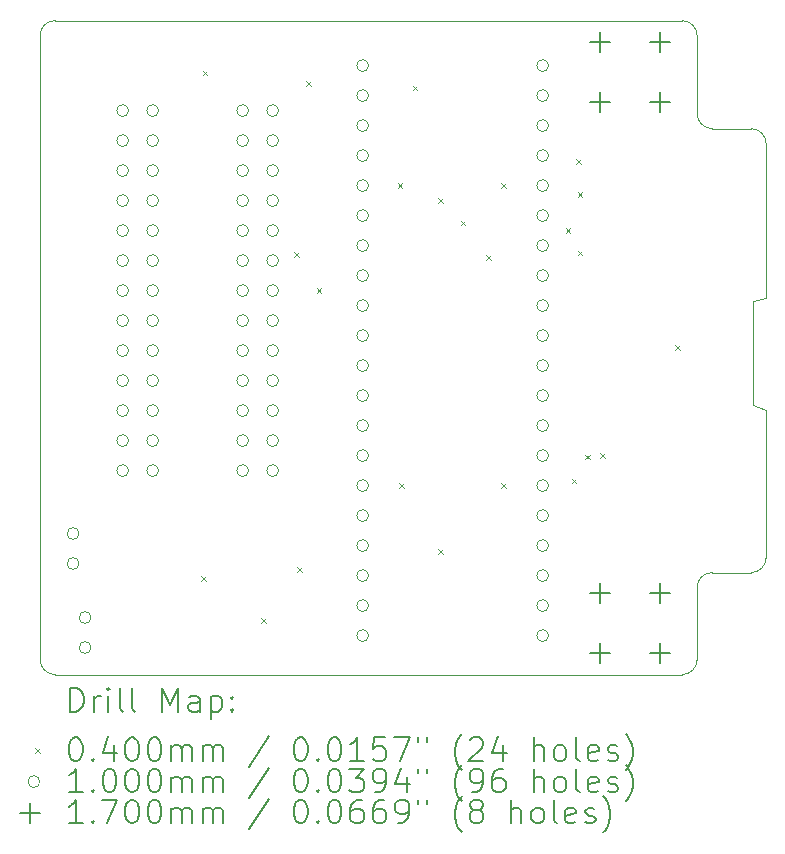
<source format=gbr>
%FSLAX45Y45*%
G04 Gerber Fmt 4.5, Leading zero omitted, Abs format (unit mm)*
G04 Created by KiCad (PCBNEW (6.0.4-0)) date 2023-01-26 09:36:56*
%MOMM*%
%LPD*%
G01*
G04 APERTURE LIST*
%TA.AperFunction,Profile*%
%ADD10C,0.050000*%
%TD*%
%ADD11C,0.200000*%
%ADD12C,0.040000*%
%ADD13C,0.100000*%
%ADD14C,0.170000*%
G04 APERTURE END LIST*
D10*
X18656300Y-7994650D02*
X18656300Y-9245600D01*
X12509500Y-10109200D02*
X12509500Y-4826000D01*
X18199100Y-5613400D02*
X18529300Y-5613400D01*
X18072100Y-9499600D02*
X18072100Y-10109200D01*
X18656300Y-5740400D02*
G75*
G03*
X18529300Y-5613400I-127000J0D01*
G01*
X18529300Y-9372600D02*
G75*
G03*
X18656300Y-9245600I0J127000D01*
G01*
X18072100Y-5486400D02*
G75*
G03*
X18199100Y-5613400I127000J0D01*
G01*
X18072100Y-4826000D02*
X18072100Y-5486400D01*
X18199100Y-9372600D02*
G75*
G03*
X18072100Y-9499600I0J-127000D01*
G01*
X18199100Y-9372600D02*
X18529300Y-9372600D01*
X12636500Y-4699000D02*
X17945100Y-4699000D01*
X17945100Y-10236200D02*
X12636500Y-10236200D01*
X12509500Y-10109200D02*
G75*
G03*
X12636500Y-10236200I127000J0D01*
G01*
X18542000Y-7076440D02*
X18542000Y-7956550D01*
X17945100Y-10236200D02*
G75*
G03*
X18072100Y-10109200I0J127000D01*
G01*
X12636500Y-4699000D02*
G75*
G03*
X12509500Y-4826000I0J-127000D01*
G01*
X18656300Y-5740400D02*
X18656300Y-7045960D01*
X18542000Y-7076440D02*
X18656300Y-7045960D01*
X18072100Y-4826000D02*
G75*
G03*
X17945100Y-4699000I-127000J0D01*
G01*
X18656300Y-7994650D02*
X18542000Y-7956550D01*
D11*
D12*
X13873800Y-9403400D02*
X13913800Y-9443400D01*
X13913800Y-9403400D02*
X13873800Y-9443400D01*
X13886500Y-5123500D02*
X13926500Y-5163500D01*
X13926500Y-5123500D02*
X13886500Y-5163500D01*
X14381800Y-9759000D02*
X14421800Y-9799000D01*
X14421800Y-9759000D02*
X14381800Y-9799000D01*
X14661200Y-6660200D02*
X14701200Y-6700200D01*
X14701200Y-6660200D02*
X14661200Y-6700200D01*
X14686600Y-9327200D02*
X14726600Y-9367200D01*
X14726600Y-9327200D02*
X14686600Y-9367200D01*
X14762800Y-5212400D02*
X14802800Y-5252400D01*
X14802800Y-5212400D02*
X14762800Y-5252400D01*
X14851700Y-6965000D02*
X14891700Y-7005000D01*
X14891700Y-6965000D02*
X14851700Y-7005000D01*
X15537500Y-6076000D02*
X15577500Y-6116000D01*
X15577500Y-6076000D02*
X15537500Y-6116000D01*
X15550200Y-8616000D02*
X15590200Y-8656000D01*
X15590200Y-8616000D02*
X15550200Y-8656000D01*
X15664500Y-5250500D02*
X15704500Y-5290500D01*
X15704500Y-5250500D02*
X15664500Y-5290500D01*
X15880400Y-9174800D02*
X15920400Y-9214800D01*
X15920400Y-9174800D02*
X15880400Y-9214800D01*
X15882532Y-6203364D02*
X15922532Y-6243364D01*
X15922532Y-6203364D02*
X15882532Y-6243364D01*
X16070900Y-6393500D02*
X16110900Y-6433500D01*
X16110900Y-6393500D02*
X16070900Y-6433500D01*
X16286800Y-6685600D02*
X16326800Y-6725600D01*
X16326800Y-6685600D02*
X16286800Y-6725600D01*
X16413800Y-6076000D02*
X16453800Y-6116000D01*
X16453800Y-6076000D02*
X16413800Y-6116000D01*
X16413800Y-8616000D02*
X16453800Y-8656000D01*
X16453800Y-8616000D02*
X16413800Y-8656000D01*
X16959900Y-6457000D02*
X16999900Y-6497000D01*
X16999900Y-6457000D02*
X16959900Y-6497000D01*
X17010700Y-8577900D02*
X17050700Y-8617900D01*
X17050700Y-8577900D02*
X17010700Y-8617900D01*
X17048800Y-5872800D02*
X17088800Y-5912800D01*
X17088800Y-5872800D02*
X17048800Y-5912800D01*
X17061500Y-6647500D02*
X17101500Y-6687500D01*
X17101500Y-6647500D02*
X17061500Y-6687500D01*
X17061500Y-6152200D02*
X17101500Y-6192200D01*
X17101500Y-6152200D02*
X17061500Y-6192200D01*
X17125000Y-8374700D02*
X17165000Y-8414700D01*
X17165000Y-8374700D02*
X17125000Y-8414700D01*
X17252000Y-8362000D02*
X17292000Y-8402000D01*
X17292000Y-8362000D02*
X17252000Y-8402000D01*
X17887000Y-7447600D02*
X17927000Y-7487600D01*
X17927000Y-7447600D02*
X17887000Y-7487600D01*
D13*
X12838900Y-9042400D02*
G75*
G03*
X12838900Y-9042400I-50000J0D01*
G01*
X12838900Y-9296400D02*
G75*
G03*
X12838900Y-9296400I-50000J0D01*
G01*
X12940500Y-9753600D02*
G75*
G03*
X12940500Y-9753600I-50000J0D01*
G01*
X12940500Y-10007600D02*
G75*
G03*
X12940500Y-10007600I-50000J0D01*
G01*
X13258000Y-5461000D02*
G75*
G03*
X13258000Y-5461000I-50000J0D01*
G01*
X13258000Y-5715000D02*
G75*
G03*
X13258000Y-5715000I-50000J0D01*
G01*
X13258000Y-5969000D02*
G75*
G03*
X13258000Y-5969000I-50000J0D01*
G01*
X13258000Y-6223000D02*
G75*
G03*
X13258000Y-6223000I-50000J0D01*
G01*
X13258000Y-6477000D02*
G75*
G03*
X13258000Y-6477000I-50000J0D01*
G01*
X13258000Y-6731000D02*
G75*
G03*
X13258000Y-6731000I-50000J0D01*
G01*
X13258000Y-6985000D02*
G75*
G03*
X13258000Y-6985000I-50000J0D01*
G01*
X13258000Y-7239000D02*
G75*
G03*
X13258000Y-7239000I-50000J0D01*
G01*
X13258000Y-7493000D02*
G75*
G03*
X13258000Y-7493000I-50000J0D01*
G01*
X13258000Y-7747000D02*
G75*
G03*
X13258000Y-7747000I-50000J0D01*
G01*
X13258000Y-8001000D02*
G75*
G03*
X13258000Y-8001000I-50000J0D01*
G01*
X13258000Y-8255000D02*
G75*
G03*
X13258000Y-8255000I-50000J0D01*
G01*
X13258000Y-8509000D02*
G75*
G03*
X13258000Y-8509000I-50000J0D01*
G01*
X13512000Y-5461000D02*
G75*
G03*
X13512000Y-5461000I-50000J0D01*
G01*
X13512000Y-5715000D02*
G75*
G03*
X13512000Y-5715000I-50000J0D01*
G01*
X13512000Y-5969000D02*
G75*
G03*
X13512000Y-5969000I-50000J0D01*
G01*
X13512000Y-6223000D02*
G75*
G03*
X13512000Y-6223000I-50000J0D01*
G01*
X13512000Y-6477000D02*
G75*
G03*
X13512000Y-6477000I-50000J0D01*
G01*
X13512000Y-6731000D02*
G75*
G03*
X13512000Y-6731000I-50000J0D01*
G01*
X13512000Y-6985000D02*
G75*
G03*
X13512000Y-6985000I-50000J0D01*
G01*
X13512000Y-7239000D02*
G75*
G03*
X13512000Y-7239000I-50000J0D01*
G01*
X13512000Y-7493000D02*
G75*
G03*
X13512000Y-7493000I-50000J0D01*
G01*
X13512000Y-7747000D02*
G75*
G03*
X13512000Y-7747000I-50000J0D01*
G01*
X13512000Y-8001000D02*
G75*
G03*
X13512000Y-8001000I-50000J0D01*
G01*
X13512000Y-8255000D02*
G75*
G03*
X13512000Y-8255000I-50000J0D01*
G01*
X13512000Y-8509000D02*
G75*
G03*
X13512000Y-8509000I-50000J0D01*
G01*
X14274000Y-5461000D02*
G75*
G03*
X14274000Y-5461000I-50000J0D01*
G01*
X14274000Y-5715000D02*
G75*
G03*
X14274000Y-5715000I-50000J0D01*
G01*
X14274000Y-5969000D02*
G75*
G03*
X14274000Y-5969000I-50000J0D01*
G01*
X14274000Y-6223000D02*
G75*
G03*
X14274000Y-6223000I-50000J0D01*
G01*
X14274000Y-6477000D02*
G75*
G03*
X14274000Y-6477000I-50000J0D01*
G01*
X14274000Y-6731000D02*
G75*
G03*
X14274000Y-6731000I-50000J0D01*
G01*
X14274000Y-6985000D02*
G75*
G03*
X14274000Y-6985000I-50000J0D01*
G01*
X14274000Y-7239000D02*
G75*
G03*
X14274000Y-7239000I-50000J0D01*
G01*
X14274000Y-7493000D02*
G75*
G03*
X14274000Y-7493000I-50000J0D01*
G01*
X14274000Y-7747000D02*
G75*
G03*
X14274000Y-7747000I-50000J0D01*
G01*
X14274000Y-8001000D02*
G75*
G03*
X14274000Y-8001000I-50000J0D01*
G01*
X14274000Y-8255000D02*
G75*
G03*
X14274000Y-8255000I-50000J0D01*
G01*
X14274000Y-8509000D02*
G75*
G03*
X14274000Y-8509000I-50000J0D01*
G01*
X14528000Y-5461000D02*
G75*
G03*
X14528000Y-5461000I-50000J0D01*
G01*
X14528000Y-5715000D02*
G75*
G03*
X14528000Y-5715000I-50000J0D01*
G01*
X14528000Y-5969000D02*
G75*
G03*
X14528000Y-5969000I-50000J0D01*
G01*
X14528000Y-6223000D02*
G75*
G03*
X14528000Y-6223000I-50000J0D01*
G01*
X14528000Y-6477000D02*
G75*
G03*
X14528000Y-6477000I-50000J0D01*
G01*
X14528000Y-6731000D02*
G75*
G03*
X14528000Y-6731000I-50000J0D01*
G01*
X14528000Y-6985000D02*
G75*
G03*
X14528000Y-6985000I-50000J0D01*
G01*
X14528000Y-7239000D02*
G75*
G03*
X14528000Y-7239000I-50000J0D01*
G01*
X14528000Y-7493000D02*
G75*
G03*
X14528000Y-7493000I-50000J0D01*
G01*
X14528000Y-7747000D02*
G75*
G03*
X14528000Y-7747000I-50000J0D01*
G01*
X14528000Y-8001000D02*
G75*
G03*
X14528000Y-8001000I-50000J0D01*
G01*
X14528000Y-8255000D02*
G75*
G03*
X14528000Y-8255000I-50000J0D01*
G01*
X14528000Y-8509000D02*
G75*
G03*
X14528000Y-8509000I-50000J0D01*
G01*
X15290000Y-5080000D02*
G75*
G03*
X15290000Y-5080000I-50000J0D01*
G01*
X15290000Y-5334000D02*
G75*
G03*
X15290000Y-5334000I-50000J0D01*
G01*
X15290000Y-5588000D02*
G75*
G03*
X15290000Y-5588000I-50000J0D01*
G01*
X15290000Y-5842000D02*
G75*
G03*
X15290000Y-5842000I-50000J0D01*
G01*
X15290000Y-6096000D02*
G75*
G03*
X15290000Y-6096000I-50000J0D01*
G01*
X15290000Y-6350000D02*
G75*
G03*
X15290000Y-6350000I-50000J0D01*
G01*
X15290000Y-6604000D02*
G75*
G03*
X15290000Y-6604000I-50000J0D01*
G01*
X15290000Y-6858000D02*
G75*
G03*
X15290000Y-6858000I-50000J0D01*
G01*
X15290000Y-7112000D02*
G75*
G03*
X15290000Y-7112000I-50000J0D01*
G01*
X15290000Y-7366000D02*
G75*
G03*
X15290000Y-7366000I-50000J0D01*
G01*
X15290000Y-7620000D02*
G75*
G03*
X15290000Y-7620000I-50000J0D01*
G01*
X15290000Y-7874000D02*
G75*
G03*
X15290000Y-7874000I-50000J0D01*
G01*
X15290000Y-8128000D02*
G75*
G03*
X15290000Y-8128000I-50000J0D01*
G01*
X15290000Y-8382000D02*
G75*
G03*
X15290000Y-8382000I-50000J0D01*
G01*
X15290000Y-8636000D02*
G75*
G03*
X15290000Y-8636000I-50000J0D01*
G01*
X15290000Y-8890000D02*
G75*
G03*
X15290000Y-8890000I-50000J0D01*
G01*
X15290000Y-9144000D02*
G75*
G03*
X15290000Y-9144000I-50000J0D01*
G01*
X15290000Y-9398000D02*
G75*
G03*
X15290000Y-9398000I-50000J0D01*
G01*
X15290000Y-9652000D02*
G75*
G03*
X15290000Y-9652000I-50000J0D01*
G01*
X15290000Y-9906000D02*
G75*
G03*
X15290000Y-9906000I-50000J0D01*
G01*
X16814000Y-5080000D02*
G75*
G03*
X16814000Y-5080000I-50000J0D01*
G01*
X16814000Y-5334000D02*
G75*
G03*
X16814000Y-5334000I-50000J0D01*
G01*
X16814000Y-5588000D02*
G75*
G03*
X16814000Y-5588000I-50000J0D01*
G01*
X16814000Y-5842000D02*
G75*
G03*
X16814000Y-5842000I-50000J0D01*
G01*
X16814000Y-6096000D02*
G75*
G03*
X16814000Y-6096000I-50000J0D01*
G01*
X16814000Y-6350000D02*
G75*
G03*
X16814000Y-6350000I-50000J0D01*
G01*
X16814000Y-6604000D02*
G75*
G03*
X16814000Y-6604000I-50000J0D01*
G01*
X16814000Y-6858000D02*
G75*
G03*
X16814000Y-6858000I-50000J0D01*
G01*
X16814000Y-7112000D02*
G75*
G03*
X16814000Y-7112000I-50000J0D01*
G01*
X16814000Y-7366000D02*
G75*
G03*
X16814000Y-7366000I-50000J0D01*
G01*
X16814000Y-7620000D02*
G75*
G03*
X16814000Y-7620000I-50000J0D01*
G01*
X16814000Y-7874000D02*
G75*
G03*
X16814000Y-7874000I-50000J0D01*
G01*
X16814000Y-8128000D02*
G75*
G03*
X16814000Y-8128000I-50000J0D01*
G01*
X16814000Y-8382000D02*
G75*
G03*
X16814000Y-8382000I-50000J0D01*
G01*
X16814000Y-8636000D02*
G75*
G03*
X16814000Y-8636000I-50000J0D01*
G01*
X16814000Y-8890000D02*
G75*
G03*
X16814000Y-8890000I-50000J0D01*
G01*
X16814000Y-9144000D02*
G75*
G03*
X16814000Y-9144000I-50000J0D01*
G01*
X16814000Y-9398000D02*
G75*
G03*
X16814000Y-9398000I-50000J0D01*
G01*
X16814000Y-9652000D02*
G75*
G03*
X16814000Y-9652000I-50000J0D01*
G01*
X16814000Y-9906000D02*
G75*
G03*
X16814000Y-9906000I-50000J0D01*
G01*
D14*
X17251100Y-4794100D02*
X17251100Y-4964100D01*
X17166100Y-4879100D02*
X17336100Y-4879100D01*
X17251100Y-5302100D02*
X17251100Y-5472100D01*
X17166100Y-5387100D02*
X17336100Y-5387100D01*
X17251100Y-9463100D02*
X17251100Y-9633100D01*
X17166100Y-9548100D02*
X17336100Y-9548100D01*
X17251100Y-9971100D02*
X17251100Y-10141100D01*
X17166100Y-10056100D02*
X17336100Y-10056100D01*
X17759100Y-4794100D02*
X17759100Y-4964100D01*
X17674100Y-4879100D02*
X17844100Y-4879100D01*
X17759100Y-5302100D02*
X17759100Y-5472100D01*
X17674100Y-5387100D02*
X17844100Y-5387100D01*
X17759100Y-9463100D02*
X17759100Y-9633100D01*
X17674100Y-9548100D02*
X17844100Y-9548100D01*
X17759100Y-9971100D02*
X17759100Y-10141100D01*
X17674100Y-10056100D02*
X17844100Y-10056100D01*
D11*
X12764619Y-10549176D02*
X12764619Y-10349176D01*
X12812238Y-10349176D01*
X12840809Y-10358700D01*
X12859857Y-10377748D01*
X12869381Y-10396795D01*
X12878905Y-10434890D01*
X12878905Y-10463462D01*
X12869381Y-10501557D01*
X12859857Y-10520605D01*
X12840809Y-10539652D01*
X12812238Y-10549176D01*
X12764619Y-10549176D01*
X12964619Y-10549176D02*
X12964619Y-10415843D01*
X12964619Y-10453938D02*
X12974143Y-10434890D01*
X12983667Y-10425367D01*
X13002714Y-10415843D01*
X13021762Y-10415843D01*
X13088428Y-10549176D02*
X13088428Y-10415843D01*
X13088428Y-10349176D02*
X13078905Y-10358700D01*
X13088428Y-10368224D01*
X13097952Y-10358700D01*
X13088428Y-10349176D01*
X13088428Y-10368224D01*
X13212238Y-10549176D02*
X13193190Y-10539652D01*
X13183667Y-10520605D01*
X13183667Y-10349176D01*
X13317000Y-10549176D02*
X13297952Y-10539652D01*
X13288428Y-10520605D01*
X13288428Y-10349176D01*
X13545571Y-10549176D02*
X13545571Y-10349176D01*
X13612238Y-10492033D01*
X13678905Y-10349176D01*
X13678905Y-10549176D01*
X13859857Y-10549176D02*
X13859857Y-10444414D01*
X13850333Y-10425367D01*
X13831286Y-10415843D01*
X13793190Y-10415843D01*
X13774143Y-10425367D01*
X13859857Y-10539652D02*
X13840809Y-10549176D01*
X13793190Y-10549176D01*
X13774143Y-10539652D01*
X13764619Y-10520605D01*
X13764619Y-10501557D01*
X13774143Y-10482510D01*
X13793190Y-10472986D01*
X13840809Y-10472986D01*
X13859857Y-10463462D01*
X13955095Y-10415843D02*
X13955095Y-10615843D01*
X13955095Y-10425367D02*
X13974143Y-10415843D01*
X14012238Y-10415843D01*
X14031286Y-10425367D01*
X14040809Y-10434890D01*
X14050333Y-10453938D01*
X14050333Y-10511081D01*
X14040809Y-10530129D01*
X14031286Y-10539652D01*
X14012238Y-10549176D01*
X13974143Y-10549176D01*
X13955095Y-10539652D01*
X14136048Y-10530129D02*
X14145571Y-10539652D01*
X14136048Y-10549176D01*
X14126524Y-10539652D01*
X14136048Y-10530129D01*
X14136048Y-10549176D01*
X14136048Y-10425367D02*
X14145571Y-10434890D01*
X14136048Y-10444414D01*
X14126524Y-10434890D01*
X14136048Y-10425367D01*
X14136048Y-10444414D01*
D12*
X12467000Y-10858700D02*
X12507000Y-10898700D01*
X12507000Y-10858700D02*
X12467000Y-10898700D01*
D11*
X12802714Y-10769176D02*
X12821762Y-10769176D01*
X12840809Y-10778700D01*
X12850333Y-10788224D01*
X12859857Y-10807271D01*
X12869381Y-10845367D01*
X12869381Y-10892986D01*
X12859857Y-10931081D01*
X12850333Y-10950129D01*
X12840809Y-10959652D01*
X12821762Y-10969176D01*
X12802714Y-10969176D01*
X12783667Y-10959652D01*
X12774143Y-10950129D01*
X12764619Y-10931081D01*
X12755095Y-10892986D01*
X12755095Y-10845367D01*
X12764619Y-10807271D01*
X12774143Y-10788224D01*
X12783667Y-10778700D01*
X12802714Y-10769176D01*
X12955095Y-10950129D02*
X12964619Y-10959652D01*
X12955095Y-10969176D01*
X12945571Y-10959652D01*
X12955095Y-10950129D01*
X12955095Y-10969176D01*
X13136048Y-10835843D02*
X13136048Y-10969176D01*
X13088428Y-10759652D02*
X13040809Y-10902510D01*
X13164619Y-10902510D01*
X13278905Y-10769176D02*
X13297952Y-10769176D01*
X13317000Y-10778700D01*
X13326524Y-10788224D01*
X13336048Y-10807271D01*
X13345571Y-10845367D01*
X13345571Y-10892986D01*
X13336048Y-10931081D01*
X13326524Y-10950129D01*
X13317000Y-10959652D01*
X13297952Y-10969176D01*
X13278905Y-10969176D01*
X13259857Y-10959652D01*
X13250333Y-10950129D01*
X13240809Y-10931081D01*
X13231286Y-10892986D01*
X13231286Y-10845367D01*
X13240809Y-10807271D01*
X13250333Y-10788224D01*
X13259857Y-10778700D01*
X13278905Y-10769176D01*
X13469381Y-10769176D02*
X13488428Y-10769176D01*
X13507476Y-10778700D01*
X13517000Y-10788224D01*
X13526524Y-10807271D01*
X13536048Y-10845367D01*
X13536048Y-10892986D01*
X13526524Y-10931081D01*
X13517000Y-10950129D01*
X13507476Y-10959652D01*
X13488428Y-10969176D01*
X13469381Y-10969176D01*
X13450333Y-10959652D01*
X13440809Y-10950129D01*
X13431286Y-10931081D01*
X13421762Y-10892986D01*
X13421762Y-10845367D01*
X13431286Y-10807271D01*
X13440809Y-10788224D01*
X13450333Y-10778700D01*
X13469381Y-10769176D01*
X13621762Y-10969176D02*
X13621762Y-10835843D01*
X13621762Y-10854890D02*
X13631286Y-10845367D01*
X13650333Y-10835843D01*
X13678905Y-10835843D01*
X13697952Y-10845367D01*
X13707476Y-10864414D01*
X13707476Y-10969176D01*
X13707476Y-10864414D02*
X13717000Y-10845367D01*
X13736048Y-10835843D01*
X13764619Y-10835843D01*
X13783667Y-10845367D01*
X13793190Y-10864414D01*
X13793190Y-10969176D01*
X13888428Y-10969176D02*
X13888428Y-10835843D01*
X13888428Y-10854890D02*
X13897952Y-10845367D01*
X13917000Y-10835843D01*
X13945571Y-10835843D01*
X13964619Y-10845367D01*
X13974143Y-10864414D01*
X13974143Y-10969176D01*
X13974143Y-10864414D02*
X13983667Y-10845367D01*
X14002714Y-10835843D01*
X14031286Y-10835843D01*
X14050333Y-10845367D01*
X14059857Y-10864414D01*
X14059857Y-10969176D01*
X14450333Y-10759652D02*
X14278905Y-11016795D01*
X14707476Y-10769176D02*
X14726524Y-10769176D01*
X14745571Y-10778700D01*
X14755095Y-10788224D01*
X14764619Y-10807271D01*
X14774143Y-10845367D01*
X14774143Y-10892986D01*
X14764619Y-10931081D01*
X14755095Y-10950129D01*
X14745571Y-10959652D01*
X14726524Y-10969176D01*
X14707476Y-10969176D01*
X14688428Y-10959652D01*
X14678905Y-10950129D01*
X14669381Y-10931081D01*
X14659857Y-10892986D01*
X14659857Y-10845367D01*
X14669381Y-10807271D01*
X14678905Y-10788224D01*
X14688428Y-10778700D01*
X14707476Y-10769176D01*
X14859857Y-10950129D02*
X14869381Y-10959652D01*
X14859857Y-10969176D01*
X14850333Y-10959652D01*
X14859857Y-10950129D01*
X14859857Y-10969176D01*
X14993190Y-10769176D02*
X15012238Y-10769176D01*
X15031286Y-10778700D01*
X15040809Y-10788224D01*
X15050333Y-10807271D01*
X15059857Y-10845367D01*
X15059857Y-10892986D01*
X15050333Y-10931081D01*
X15040809Y-10950129D01*
X15031286Y-10959652D01*
X15012238Y-10969176D01*
X14993190Y-10969176D01*
X14974143Y-10959652D01*
X14964619Y-10950129D01*
X14955095Y-10931081D01*
X14945571Y-10892986D01*
X14945571Y-10845367D01*
X14955095Y-10807271D01*
X14964619Y-10788224D01*
X14974143Y-10778700D01*
X14993190Y-10769176D01*
X15250333Y-10969176D02*
X15136048Y-10969176D01*
X15193190Y-10969176D02*
X15193190Y-10769176D01*
X15174143Y-10797748D01*
X15155095Y-10816795D01*
X15136048Y-10826319D01*
X15431286Y-10769176D02*
X15336048Y-10769176D01*
X15326524Y-10864414D01*
X15336048Y-10854890D01*
X15355095Y-10845367D01*
X15402714Y-10845367D01*
X15421762Y-10854890D01*
X15431286Y-10864414D01*
X15440809Y-10883462D01*
X15440809Y-10931081D01*
X15431286Y-10950129D01*
X15421762Y-10959652D01*
X15402714Y-10969176D01*
X15355095Y-10969176D01*
X15336048Y-10959652D01*
X15326524Y-10950129D01*
X15507476Y-10769176D02*
X15640809Y-10769176D01*
X15555095Y-10969176D01*
X15707476Y-10769176D02*
X15707476Y-10807271D01*
X15783667Y-10769176D02*
X15783667Y-10807271D01*
X16078905Y-11045367D02*
X16069381Y-11035843D01*
X16050333Y-11007271D01*
X16040809Y-10988224D01*
X16031286Y-10959652D01*
X16021762Y-10912033D01*
X16021762Y-10873938D01*
X16031286Y-10826319D01*
X16040809Y-10797748D01*
X16050333Y-10778700D01*
X16069381Y-10750129D01*
X16078905Y-10740605D01*
X16145571Y-10788224D02*
X16155095Y-10778700D01*
X16174143Y-10769176D01*
X16221762Y-10769176D01*
X16240809Y-10778700D01*
X16250333Y-10788224D01*
X16259857Y-10807271D01*
X16259857Y-10826319D01*
X16250333Y-10854890D01*
X16136048Y-10969176D01*
X16259857Y-10969176D01*
X16431286Y-10835843D02*
X16431286Y-10969176D01*
X16383667Y-10759652D02*
X16336048Y-10902510D01*
X16459857Y-10902510D01*
X16688428Y-10969176D02*
X16688428Y-10769176D01*
X16774143Y-10969176D02*
X16774143Y-10864414D01*
X16764619Y-10845367D01*
X16745571Y-10835843D01*
X16717000Y-10835843D01*
X16697952Y-10845367D01*
X16688428Y-10854890D01*
X16897952Y-10969176D02*
X16878905Y-10959652D01*
X16869381Y-10950129D01*
X16859857Y-10931081D01*
X16859857Y-10873938D01*
X16869381Y-10854890D01*
X16878905Y-10845367D01*
X16897952Y-10835843D01*
X16926524Y-10835843D01*
X16945571Y-10845367D01*
X16955095Y-10854890D01*
X16964619Y-10873938D01*
X16964619Y-10931081D01*
X16955095Y-10950129D01*
X16945571Y-10959652D01*
X16926524Y-10969176D01*
X16897952Y-10969176D01*
X17078905Y-10969176D02*
X17059857Y-10959652D01*
X17050333Y-10940605D01*
X17050333Y-10769176D01*
X17231286Y-10959652D02*
X17212238Y-10969176D01*
X17174143Y-10969176D01*
X17155095Y-10959652D01*
X17145571Y-10940605D01*
X17145571Y-10864414D01*
X17155095Y-10845367D01*
X17174143Y-10835843D01*
X17212238Y-10835843D01*
X17231286Y-10845367D01*
X17240810Y-10864414D01*
X17240810Y-10883462D01*
X17145571Y-10902510D01*
X17317000Y-10959652D02*
X17336048Y-10969176D01*
X17374143Y-10969176D01*
X17393190Y-10959652D01*
X17402714Y-10940605D01*
X17402714Y-10931081D01*
X17393190Y-10912033D01*
X17374143Y-10902510D01*
X17345571Y-10902510D01*
X17326524Y-10892986D01*
X17317000Y-10873938D01*
X17317000Y-10864414D01*
X17326524Y-10845367D01*
X17345571Y-10835843D01*
X17374143Y-10835843D01*
X17393190Y-10845367D01*
X17469381Y-11045367D02*
X17478905Y-11035843D01*
X17497952Y-11007271D01*
X17507476Y-10988224D01*
X17517000Y-10959652D01*
X17526524Y-10912033D01*
X17526524Y-10873938D01*
X17517000Y-10826319D01*
X17507476Y-10797748D01*
X17497952Y-10778700D01*
X17478905Y-10750129D01*
X17469381Y-10740605D01*
D13*
X12507000Y-11142700D02*
G75*
G03*
X12507000Y-11142700I-50000J0D01*
G01*
D11*
X12869381Y-11233176D02*
X12755095Y-11233176D01*
X12812238Y-11233176D02*
X12812238Y-11033176D01*
X12793190Y-11061748D01*
X12774143Y-11080795D01*
X12755095Y-11090319D01*
X12955095Y-11214128D02*
X12964619Y-11223652D01*
X12955095Y-11233176D01*
X12945571Y-11223652D01*
X12955095Y-11214128D01*
X12955095Y-11233176D01*
X13088428Y-11033176D02*
X13107476Y-11033176D01*
X13126524Y-11042700D01*
X13136048Y-11052224D01*
X13145571Y-11071271D01*
X13155095Y-11109367D01*
X13155095Y-11156986D01*
X13145571Y-11195081D01*
X13136048Y-11214128D01*
X13126524Y-11223652D01*
X13107476Y-11233176D01*
X13088428Y-11233176D01*
X13069381Y-11223652D01*
X13059857Y-11214128D01*
X13050333Y-11195081D01*
X13040809Y-11156986D01*
X13040809Y-11109367D01*
X13050333Y-11071271D01*
X13059857Y-11052224D01*
X13069381Y-11042700D01*
X13088428Y-11033176D01*
X13278905Y-11033176D02*
X13297952Y-11033176D01*
X13317000Y-11042700D01*
X13326524Y-11052224D01*
X13336048Y-11071271D01*
X13345571Y-11109367D01*
X13345571Y-11156986D01*
X13336048Y-11195081D01*
X13326524Y-11214128D01*
X13317000Y-11223652D01*
X13297952Y-11233176D01*
X13278905Y-11233176D01*
X13259857Y-11223652D01*
X13250333Y-11214128D01*
X13240809Y-11195081D01*
X13231286Y-11156986D01*
X13231286Y-11109367D01*
X13240809Y-11071271D01*
X13250333Y-11052224D01*
X13259857Y-11042700D01*
X13278905Y-11033176D01*
X13469381Y-11033176D02*
X13488428Y-11033176D01*
X13507476Y-11042700D01*
X13517000Y-11052224D01*
X13526524Y-11071271D01*
X13536048Y-11109367D01*
X13536048Y-11156986D01*
X13526524Y-11195081D01*
X13517000Y-11214128D01*
X13507476Y-11223652D01*
X13488428Y-11233176D01*
X13469381Y-11233176D01*
X13450333Y-11223652D01*
X13440809Y-11214128D01*
X13431286Y-11195081D01*
X13421762Y-11156986D01*
X13421762Y-11109367D01*
X13431286Y-11071271D01*
X13440809Y-11052224D01*
X13450333Y-11042700D01*
X13469381Y-11033176D01*
X13621762Y-11233176D02*
X13621762Y-11099843D01*
X13621762Y-11118890D02*
X13631286Y-11109367D01*
X13650333Y-11099843D01*
X13678905Y-11099843D01*
X13697952Y-11109367D01*
X13707476Y-11128414D01*
X13707476Y-11233176D01*
X13707476Y-11128414D02*
X13717000Y-11109367D01*
X13736048Y-11099843D01*
X13764619Y-11099843D01*
X13783667Y-11109367D01*
X13793190Y-11128414D01*
X13793190Y-11233176D01*
X13888428Y-11233176D02*
X13888428Y-11099843D01*
X13888428Y-11118890D02*
X13897952Y-11109367D01*
X13917000Y-11099843D01*
X13945571Y-11099843D01*
X13964619Y-11109367D01*
X13974143Y-11128414D01*
X13974143Y-11233176D01*
X13974143Y-11128414D02*
X13983667Y-11109367D01*
X14002714Y-11099843D01*
X14031286Y-11099843D01*
X14050333Y-11109367D01*
X14059857Y-11128414D01*
X14059857Y-11233176D01*
X14450333Y-11023652D02*
X14278905Y-11280795D01*
X14707476Y-11033176D02*
X14726524Y-11033176D01*
X14745571Y-11042700D01*
X14755095Y-11052224D01*
X14764619Y-11071271D01*
X14774143Y-11109367D01*
X14774143Y-11156986D01*
X14764619Y-11195081D01*
X14755095Y-11214128D01*
X14745571Y-11223652D01*
X14726524Y-11233176D01*
X14707476Y-11233176D01*
X14688428Y-11223652D01*
X14678905Y-11214128D01*
X14669381Y-11195081D01*
X14659857Y-11156986D01*
X14659857Y-11109367D01*
X14669381Y-11071271D01*
X14678905Y-11052224D01*
X14688428Y-11042700D01*
X14707476Y-11033176D01*
X14859857Y-11214128D02*
X14869381Y-11223652D01*
X14859857Y-11233176D01*
X14850333Y-11223652D01*
X14859857Y-11214128D01*
X14859857Y-11233176D01*
X14993190Y-11033176D02*
X15012238Y-11033176D01*
X15031286Y-11042700D01*
X15040809Y-11052224D01*
X15050333Y-11071271D01*
X15059857Y-11109367D01*
X15059857Y-11156986D01*
X15050333Y-11195081D01*
X15040809Y-11214128D01*
X15031286Y-11223652D01*
X15012238Y-11233176D01*
X14993190Y-11233176D01*
X14974143Y-11223652D01*
X14964619Y-11214128D01*
X14955095Y-11195081D01*
X14945571Y-11156986D01*
X14945571Y-11109367D01*
X14955095Y-11071271D01*
X14964619Y-11052224D01*
X14974143Y-11042700D01*
X14993190Y-11033176D01*
X15126524Y-11033176D02*
X15250333Y-11033176D01*
X15183667Y-11109367D01*
X15212238Y-11109367D01*
X15231286Y-11118890D01*
X15240809Y-11128414D01*
X15250333Y-11147462D01*
X15250333Y-11195081D01*
X15240809Y-11214128D01*
X15231286Y-11223652D01*
X15212238Y-11233176D01*
X15155095Y-11233176D01*
X15136048Y-11223652D01*
X15126524Y-11214128D01*
X15345571Y-11233176D02*
X15383667Y-11233176D01*
X15402714Y-11223652D01*
X15412238Y-11214128D01*
X15431286Y-11185557D01*
X15440809Y-11147462D01*
X15440809Y-11071271D01*
X15431286Y-11052224D01*
X15421762Y-11042700D01*
X15402714Y-11033176D01*
X15364619Y-11033176D01*
X15345571Y-11042700D01*
X15336048Y-11052224D01*
X15326524Y-11071271D01*
X15326524Y-11118890D01*
X15336048Y-11137938D01*
X15345571Y-11147462D01*
X15364619Y-11156986D01*
X15402714Y-11156986D01*
X15421762Y-11147462D01*
X15431286Y-11137938D01*
X15440809Y-11118890D01*
X15612238Y-11099843D02*
X15612238Y-11233176D01*
X15564619Y-11023652D02*
X15517000Y-11166510D01*
X15640809Y-11166510D01*
X15707476Y-11033176D02*
X15707476Y-11071271D01*
X15783667Y-11033176D02*
X15783667Y-11071271D01*
X16078905Y-11309367D02*
X16069381Y-11299843D01*
X16050333Y-11271271D01*
X16040809Y-11252224D01*
X16031286Y-11223652D01*
X16021762Y-11176033D01*
X16021762Y-11137938D01*
X16031286Y-11090319D01*
X16040809Y-11061748D01*
X16050333Y-11042700D01*
X16069381Y-11014129D01*
X16078905Y-11004605D01*
X16164619Y-11233176D02*
X16202714Y-11233176D01*
X16221762Y-11223652D01*
X16231286Y-11214128D01*
X16250333Y-11185557D01*
X16259857Y-11147462D01*
X16259857Y-11071271D01*
X16250333Y-11052224D01*
X16240809Y-11042700D01*
X16221762Y-11033176D01*
X16183667Y-11033176D01*
X16164619Y-11042700D01*
X16155095Y-11052224D01*
X16145571Y-11071271D01*
X16145571Y-11118890D01*
X16155095Y-11137938D01*
X16164619Y-11147462D01*
X16183667Y-11156986D01*
X16221762Y-11156986D01*
X16240809Y-11147462D01*
X16250333Y-11137938D01*
X16259857Y-11118890D01*
X16431286Y-11033176D02*
X16393190Y-11033176D01*
X16374143Y-11042700D01*
X16364619Y-11052224D01*
X16345571Y-11080795D01*
X16336048Y-11118890D01*
X16336048Y-11195081D01*
X16345571Y-11214128D01*
X16355095Y-11223652D01*
X16374143Y-11233176D01*
X16412238Y-11233176D01*
X16431286Y-11223652D01*
X16440809Y-11214128D01*
X16450333Y-11195081D01*
X16450333Y-11147462D01*
X16440809Y-11128414D01*
X16431286Y-11118890D01*
X16412238Y-11109367D01*
X16374143Y-11109367D01*
X16355095Y-11118890D01*
X16345571Y-11128414D01*
X16336048Y-11147462D01*
X16688428Y-11233176D02*
X16688428Y-11033176D01*
X16774143Y-11233176D02*
X16774143Y-11128414D01*
X16764619Y-11109367D01*
X16745571Y-11099843D01*
X16717000Y-11099843D01*
X16697952Y-11109367D01*
X16688428Y-11118890D01*
X16897952Y-11233176D02*
X16878905Y-11223652D01*
X16869381Y-11214128D01*
X16859857Y-11195081D01*
X16859857Y-11137938D01*
X16869381Y-11118890D01*
X16878905Y-11109367D01*
X16897952Y-11099843D01*
X16926524Y-11099843D01*
X16945571Y-11109367D01*
X16955095Y-11118890D01*
X16964619Y-11137938D01*
X16964619Y-11195081D01*
X16955095Y-11214128D01*
X16945571Y-11223652D01*
X16926524Y-11233176D01*
X16897952Y-11233176D01*
X17078905Y-11233176D02*
X17059857Y-11223652D01*
X17050333Y-11204605D01*
X17050333Y-11033176D01*
X17231286Y-11223652D02*
X17212238Y-11233176D01*
X17174143Y-11233176D01*
X17155095Y-11223652D01*
X17145571Y-11204605D01*
X17145571Y-11128414D01*
X17155095Y-11109367D01*
X17174143Y-11099843D01*
X17212238Y-11099843D01*
X17231286Y-11109367D01*
X17240810Y-11128414D01*
X17240810Y-11147462D01*
X17145571Y-11166510D01*
X17317000Y-11223652D02*
X17336048Y-11233176D01*
X17374143Y-11233176D01*
X17393190Y-11223652D01*
X17402714Y-11204605D01*
X17402714Y-11195081D01*
X17393190Y-11176033D01*
X17374143Y-11166510D01*
X17345571Y-11166510D01*
X17326524Y-11156986D01*
X17317000Y-11137938D01*
X17317000Y-11128414D01*
X17326524Y-11109367D01*
X17345571Y-11099843D01*
X17374143Y-11099843D01*
X17393190Y-11109367D01*
X17469381Y-11309367D02*
X17478905Y-11299843D01*
X17497952Y-11271271D01*
X17507476Y-11252224D01*
X17517000Y-11223652D01*
X17526524Y-11176033D01*
X17526524Y-11137938D01*
X17517000Y-11090319D01*
X17507476Y-11061748D01*
X17497952Y-11042700D01*
X17478905Y-11014129D01*
X17469381Y-11004605D01*
D14*
X12422000Y-11321700D02*
X12422000Y-11491700D01*
X12337000Y-11406700D02*
X12507000Y-11406700D01*
D11*
X12869381Y-11497176D02*
X12755095Y-11497176D01*
X12812238Y-11497176D02*
X12812238Y-11297176D01*
X12793190Y-11325748D01*
X12774143Y-11344795D01*
X12755095Y-11354319D01*
X12955095Y-11478128D02*
X12964619Y-11487652D01*
X12955095Y-11497176D01*
X12945571Y-11487652D01*
X12955095Y-11478128D01*
X12955095Y-11497176D01*
X13031286Y-11297176D02*
X13164619Y-11297176D01*
X13078905Y-11497176D01*
X13278905Y-11297176D02*
X13297952Y-11297176D01*
X13317000Y-11306700D01*
X13326524Y-11316224D01*
X13336048Y-11335271D01*
X13345571Y-11373367D01*
X13345571Y-11420986D01*
X13336048Y-11459081D01*
X13326524Y-11478128D01*
X13317000Y-11487652D01*
X13297952Y-11497176D01*
X13278905Y-11497176D01*
X13259857Y-11487652D01*
X13250333Y-11478128D01*
X13240809Y-11459081D01*
X13231286Y-11420986D01*
X13231286Y-11373367D01*
X13240809Y-11335271D01*
X13250333Y-11316224D01*
X13259857Y-11306700D01*
X13278905Y-11297176D01*
X13469381Y-11297176D02*
X13488428Y-11297176D01*
X13507476Y-11306700D01*
X13517000Y-11316224D01*
X13526524Y-11335271D01*
X13536048Y-11373367D01*
X13536048Y-11420986D01*
X13526524Y-11459081D01*
X13517000Y-11478128D01*
X13507476Y-11487652D01*
X13488428Y-11497176D01*
X13469381Y-11497176D01*
X13450333Y-11487652D01*
X13440809Y-11478128D01*
X13431286Y-11459081D01*
X13421762Y-11420986D01*
X13421762Y-11373367D01*
X13431286Y-11335271D01*
X13440809Y-11316224D01*
X13450333Y-11306700D01*
X13469381Y-11297176D01*
X13621762Y-11497176D02*
X13621762Y-11363843D01*
X13621762Y-11382890D02*
X13631286Y-11373367D01*
X13650333Y-11363843D01*
X13678905Y-11363843D01*
X13697952Y-11373367D01*
X13707476Y-11392414D01*
X13707476Y-11497176D01*
X13707476Y-11392414D02*
X13717000Y-11373367D01*
X13736048Y-11363843D01*
X13764619Y-11363843D01*
X13783667Y-11373367D01*
X13793190Y-11392414D01*
X13793190Y-11497176D01*
X13888428Y-11497176D02*
X13888428Y-11363843D01*
X13888428Y-11382890D02*
X13897952Y-11373367D01*
X13917000Y-11363843D01*
X13945571Y-11363843D01*
X13964619Y-11373367D01*
X13974143Y-11392414D01*
X13974143Y-11497176D01*
X13974143Y-11392414D02*
X13983667Y-11373367D01*
X14002714Y-11363843D01*
X14031286Y-11363843D01*
X14050333Y-11373367D01*
X14059857Y-11392414D01*
X14059857Y-11497176D01*
X14450333Y-11287652D02*
X14278905Y-11544795D01*
X14707476Y-11297176D02*
X14726524Y-11297176D01*
X14745571Y-11306700D01*
X14755095Y-11316224D01*
X14764619Y-11335271D01*
X14774143Y-11373367D01*
X14774143Y-11420986D01*
X14764619Y-11459081D01*
X14755095Y-11478128D01*
X14745571Y-11487652D01*
X14726524Y-11497176D01*
X14707476Y-11497176D01*
X14688428Y-11487652D01*
X14678905Y-11478128D01*
X14669381Y-11459081D01*
X14659857Y-11420986D01*
X14659857Y-11373367D01*
X14669381Y-11335271D01*
X14678905Y-11316224D01*
X14688428Y-11306700D01*
X14707476Y-11297176D01*
X14859857Y-11478128D02*
X14869381Y-11487652D01*
X14859857Y-11497176D01*
X14850333Y-11487652D01*
X14859857Y-11478128D01*
X14859857Y-11497176D01*
X14993190Y-11297176D02*
X15012238Y-11297176D01*
X15031286Y-11306700D01*
X15040809Y-11316224D01*
X15050333Y-11335271D01*
X15059857Y-11373367D01*
X15059857Y-11420986D01*
X15050333Y-11459081D01*
X15040809Y-11478128D01*
X15031286Y-11487652D01*
X15012238Y-11497176D01*
X14993190Y-11497176D01*
X14974143Y-11487652D01*
X14964619Y-11478128D01*
X14955095Y-11459081D01*
X14945571Y-11420986D01*
X14945571Y-11373367D01*
X14955095Y-11335271D01*
X14964619Y-11316224D01*
X14974143Y-11306700D01*
X14993190Y-11297176D01*
X15231286Y-11297176D02*
X15193190Y-11297176D01*
X15174143Y-11306700D01*
X15164619Y-11316224D01*
X15145571Y-11344795D01*
X15136048Y-11382890D01*
X15136048Y-11459081D01*
X15145571Y-11478128D01*
X15155095Y-11487652D01*
X15174143Y-11497176D01*
X15212238Y-11497176D01*
X15231286Y-11487652D01*
X15240809Y-11478128D01*
X15250333Y-11459081D01*
X15250333Y-11411462D01*
X15240809Y-11392414D01*
X15231286Y-11382890D01*
X15212238Y-11373367D01*
X15174143Y-11373367D01*
X15155095Y-11382890D01*
X15145571Y-11392414D01*
X15136048Y-11411462D01*
X15421762Y-11297176D02*
X15383667Y-11297176D01*
X15364619Y-11306700D01*
X15355095Y-11316224D01*
X15336048Y-11344795D01*
X15326524Y-11382890D01*
X15326524Y-11459081D01*
X15336048Y-11478128D01*
X15345571Y-11487652D01*
X15364619Y-11497176D01*
X15402714Y-11497176D01*
X15421762Y-11487652D01*
X15431286Y-11478128D01*
X15440809Y-11459081D01*
X15440809Y-11411462D01*
X15431286Y-11392414D01*
X15421762Y-11382890D01*
X15402714Y-11373367D01*
X15364619Y-11373367D01*
X15345571Y-11382890D01*
X15336048Y-11392414D01*
X15326524Y-11411462D01*
X15536048Y-11497176D02*
X15574143Y-11497176D01*
X15593190Y-11487652D01*
X15602714Y-11478128D01*
X15621762Y-11449557D01*
X15631286Y-11411462D01*
X15631286Y-11335271D01*
X15621762Y-11316224D01*
X15612238Y-11306700D01*
X15593190Y-11297176D01*
X15555095Y-11297176D01*
X15536048Y-11306700D01*
X15526524Y-11316224D01*
X15517000Y-11335271D01*
X15517000Y-11382890D01*
X15526524Y-11401938D01*
X15536048Y-11411462D01*
X15555095Y-11420986D01*
X15593190Y-11420986D01*
X15612238Y-11411462D01*
X15621762Y-11401938D01*
X15631286Y-11382890D01*
X15707476Y-11297176D02*
X15707476Y-11335271D01*
X15783667Y-11297176D02*
X15783667Y-11335271D01*
X16078905Y-11573367D02*
X16069381Y-11563843D01*
X16050333Y-11535271D01*
X16040809Y-11516224D01*
X16031286Y-11487652D01*
X16021762Y-11440033D01*
X16021762Y-11401938D01*
X16031286Y-11354319D01*
X16040809Y-11325748D01*
X16050333Y-11306700D01*
X16069381Y-11278128D01*
X16078905Y-11268605D01*
X16183667Y-11382890D02*
X16164619Y-11373367D01*
X16155095Y-11363843D01*
X16145571Y-11344795D01*
X16145571Y-11335271D01*
X16155095Y-11316224D01*
X16164619Y-11306700D01*
X16183667Y-11297176D01*
X16221762Y-11297176D01*
X16240809Y-11306700D01*
X16250333Y-11316224D01*
X16259857Y-11335271D01*
X16259857Y-11344795D01*
X16250333Y-11363843D01*
X16240809Y-11373367D01*
X16221762Y-11382890D01*
X16183667Y-11382890D01*
X16164619Y-11392414D01*
X16155095Y-11401938D01*
X16145571Y-11420986D01*
X16145571Y-11459081D01*
X16155095Y-11478128D01*
X16164619Y-11487652D01*
X16183667Y-11497176D01*
X16221762Y-11497176D01*
X16240809Y-11487652D01*
X16250333Y-11478128D01*
X16259857Y-11459081D01*
X16259857Y-11420986D01*
X16250333Y-11401938D01*
X16240809Y-11392414D01*
X16221762Y-11382890D01*
X16497952Y-11497176D02*
X16497952Y-11297176D01*
X16583667Y-11497176D02*
X16583667Y-11392414D01*
X16574143Y-11373367D01*
X16555095Y-11363843D01*
X16526524Y-11363843D01*
X16507476Y-11373367D01*
X16497952Y-11382890D01*
X16707476Y-11497176D02*
X16688428Y-11487652D01*
X16678905Y-11478128D01*
X16669381Y-11459081D01*
X16669381Y-11401938D01*
X16678905Y-11382890D01*
X16688428Y-11373367D01*
X16707476Y-11363843D01*
X16736048Y-11363843D01*
X16755095Y-11373367D01*
X16764619Y-11382890D01*
X16774143Y-11401938D01*
X16774143Y-11459081D01*
X16764619Y-11478128D01*
X16755095Y-11487652D01*
X16736048Y-11497176D01*
X16707476Y-11497176D01*
X16888429Y-11497176D02*
X16869381Y-11487652D01*
X16859857Y-11468605D01*
X16859857Y-11297176D01*
X17040810Y-11487652D02*
X17021762Y-11497176D01*
X16983667Y-11497176D01*
X16964619Y-11487652D01*
X16955095Y-11468605D01*
X16955095Y-11392414D01*
X16964619Y-11373367D01*
X16983667Y-11363843D01*
X17021762Y-11363843D01*
X17040810Y-11373367D01*
X17050333Y-11392414D01*
X17050333Y-11411462D01*
X16955095Y-11430509D01*
X17126524Y-11487652D02*
X17145571Y-11497176D01*
X17183667Y-11497176D01*
X17202714Y-11487652D01*
X17212238Y-11468605D01*
X17212238Y-11459081D01*
X17202714Y-11440033D01*
X17183667Y-11430509D01*
X17155095Y-11430509D01*
X17136048Y-11420986D01*
X17126524Y-11401938D01*
X17126524Y-11392414D01*
X17136048Y-11373367D01*
X17155095Y-11363843D01*
X17183667Y-11363843D01*
X17202714Y-11373367D01*
X17278905Y-11573367D02*
X17288429Y-11563843D01*
X17307476Y-11535271D01*
X17317000Y-11516224D01*
X17326524Y-11487652D01*
X17336048Y-11440033D01*
X17336048Y-11401938D01*
X17326524Y-11354319D01*
X17317000Y-11325748D01*
X17307476Y-11306700D01*
X17288429Y-11278128D01*
X17278905Y-11268605D01*
M02*

</source>
